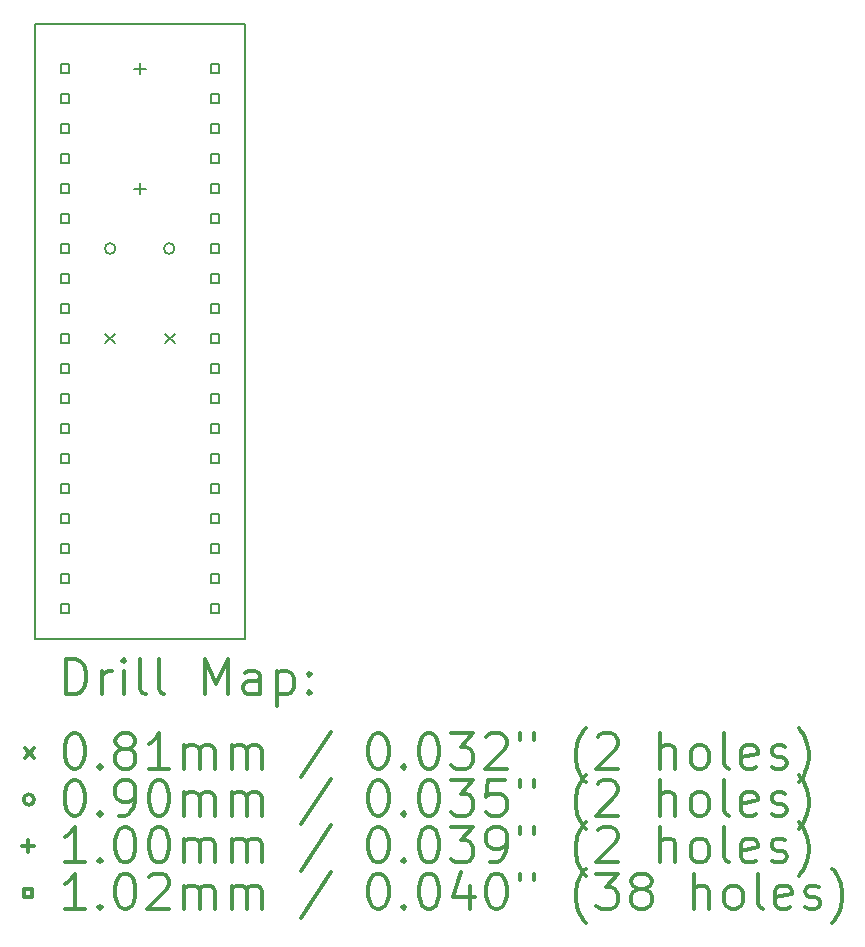
<source format=gbr>
%FSLAX45Y45*%
G04 Gerber Fmt 4.5, Leading zero omitted, Abs format (unit mm)*
G04 Created by KiCad (PCBNEW 4.0.3+e1-6302~38~ubuntu16.04.1-stable) date Thu Aug 25 11:38:43 2016*
%MOMM*%
%LPD*%
G01*
G04 APERTURE LIST*
%ADD10C,0.127000*%
%ADD11C,0.150000*%
%ADD12C,0.200000*%
%ADD13C,0.300000*%
G04 APERTURE END LIST*
D10*
D11*
X10160000Y-5969000D02*
X8382000Y-5969000D01*
X10160000Y-11176000D02*
X10160000Y-5969000D01*
X8382000Y-11176000D02*
X10160000Y-11176000D01*
X8382000Y-5969000D02*
X8382000Y-11176000D01*
D12*
X8976360Y-8595360D02*
X9057640Y-8676640D01*
X9057640Y-8595360D02*
X8976360Y-8676640D01*
X9484360Y-8595360D02*
X9565640Y-8676640D01*
X9565640Y-8595360D02*
X9484360Y-8676640D01*
X9062000Y-7874000D02*
G75*
G03X9062000Y-7874000I-45000J0D01*
G01*
X9562000Y-7874000D02*
G75*
G03X9562000Y-7874000I-45000J0D01*
G01*
X9271000Y-6299962D02*
X9271000Y-6400038D01*
X9220962Y-6350000D02*
X9321038Y-6350000D01*
X9271000Y-7315962D02*
X9271000Y-7416038D01*
X9220962Y-7366000D02*
X9321038Y-7366000D01*
X8671921Y-6385921D02*
X8671921Y-6314079D01*
X8600079Y-6314079D01*
X8600079Y-6385921D01*
X8671921Y-6385921D01*
X8671921Y-6639921D02*
X8671921Y-6568079D01*
X8600079Y-6568079D01*
X8600079Y-6639921D01*
X8671921Y-6639921D01*
X8671921Y-6893921D02*
X8671921Y-6822079D01*
X8600079Y-6822079D01*
X8600079Y-6893921D01*
X8671921Y-6893921D01*
X8671921Y-7147921D02*
X8671921Y-7076079D01*
X8600079Y-7076079D01*
X8600079Y-7147921D01*
X8671921Y-7147921D01*
X8671921Y-7401921D02*
X8671921Y-7330079D01*
X8600079Y-7330079D01*
X8600079Y-7401921D01*
X8671921Y-7401921D01*
X8671921Y-7655921D02*
X8671921Y-7584079D01*
X8600079Y-7584079D01*
X8600079Y-7655921D01*
X8671921Y-7655921D01*
X8671921Y-7909921D02*
X8671921Y-7838079D01*
X8600079Y-7838079D01*
X8600079Y-7909921D01*
X8671921Y-7909921D01*
X8671921Y-8163921D02*
X8671921Y-8092079D01*
X8600079Y-8092079D01*
X8600079Y-8163921D01*
X8671921Y-8163921D01*
X8671921Y-8417921D02*
X8671921Y-8346079D01*
X8600079Y-8346079D01*
X8600079Y-8417921D01*
X8671921Y-8417921D01*
X8671921Y-8671921D02*
X8671921Y-8600079D01*
X8600079Y-8600079D01*
X8600079Y-8671921D01*
X8671921Y-8671921D01*
X8671921Y-8925921D02*
X8671921Y-8854079D01*
X8600079Y-8854079D01*
X8600079Y-8925921D01*
X8671921Y-8925921D01*
X8671921Y-9179921D02*
X8671921Y-9108079D01*
X8600079Y-9108079D01*
X8600079Y-9179921D01*
X8671921Y-9179921D01*
X8671921Y-9433921D02*
X8671921Y-9362079D01*
X8600079Y-9362079D01*
X8600079Y-9433921D01*
X8671921Y-9433921D01*
X8671921Y-9687921D02*
X8671921Y-9616079D01*
X8600079Y-9616079D01*
X8600079Y-9687921D01*
X8671921Y-9687921D01*
X8671921Y-9941921D02*
X8671921Y-9870079D01*
X8600079Y-9870079D01*
X8600079Y-9941921D01*
X8671921Y-9941921D01*
X8671921Y-10195921D02*
X8671921Y-10124079D01*
X8600079Y-10124079D01*
X8600079Y-10195921D01*
X8671921Y-10195921D01*
X8671921Y-10449921D02*
X8671921Y-10378079D01*
X8600079Y-10378079D01*
X8600079Y-10449921D01*
X8671921Y-10449921D01*
X8671921Y-10703921D02*
X8671921Y-10632079D01*
X8600079Y-10632079D01*
X8600079Y-10703921D01*
X8671921Y-10703921D01*
X8671921Y-10957921D02*
X8671921Y-10886079D01*
X8600079Y-10886079D01*
X8600079Y-10957921D01*
X8671921Y-10957921D01*
X9941921Y-6385921D02*
X9941921Y-6314079D01*
X9870079Y-6314079D01*
X9870079Y-6385921D01*
X9941921Y-6385921D01*
X9941921Y-6639921D02*
X9941921Y-6568079D01*
X9870079Y-6568079D01*
X9870079Y-6639921D01*
X9941921Y-6639921D01*
X9941921Y-6893921D02*
X9941921Y-6822079D01*
X9870079Y-6822079D01*
X9870079Y-6893921D01*
X9941921Y-6893921D01*
X9941921Y-7147921D02*
X9941921Y-7076079D01*
X9870079Y-7076079D01*
X9870079Y-7147921D01*
X9941921Y-7147921D01*
X9941921Y-7401921D02*
X9941921Y-7330079D01*
X9870079Y-7330079D01*
X9870079Y-7401921D01*
X9941921Y-7401921D01*
X9941921Y-7655921D02*
X9941921Y-7584079D01*
X9870079Y-7584079D01*
X9870079Y-7655921D01*
X9941921Y-7655921D01*
X9941921Y-7909921D02*
X9941921Y-7838079D01*
X9870079Y-7838079D01*
X9870079Y-7909921D01*
X9941921Y-7909921D01*
X9941921Y-8163921D02*
X9941921Y-8092079D01*
X9870079Y-8092079D01*
X9870079Y-8163921D01*
X9941921Y-8163921D01*
X9941921Y-8417921D02*
X9941921Y-8346079D01*
X9870079Y-8346079D01*
X9870079Y-8417921D01*
X9941921Y-8417921D01*
X9941921Y-8671921D02*
X9941921Y-8600079D01*
X9870079Y-8600079D01*
X9870079Y-8671921D01*
X9941921Y-8671921D01*
X9941921Y-8925921D02*
X9941921Y-8854079D01*
X9870079Y-8854079D01*
X9870079Y-8925921D01*
X9941921Y-8925921D01*
X9941921Y-9179921D02*
X9941921Y-9108079D01*
X9870079Y-9108079D01*
X9870079Y-9179921D01*
X9941921Y-9179921D01*
X9941921Y-9433921D02*
X9941921Y-9362079D01*
X9870079Y-9362079D01*
X9870079Y-9433921D01*
X9941921Y-9433921D01*
X9941921Y-9687921D02*
X9941921Y-9616079D01*
X9870079Y-9616079D01*
X9870079Y-9687921D01*
X9941921Y-9687921D01*
X9941921Y-9941921D02*
X9941921Y-9870079D01*
X9870079Y-9870079D01*
X9870079Y-9941921D01*
X9941921Y-9941921D01*
X9941921Y-10195921D02*
X9941921Y-10124079D01*
X9870079Y-10124079D01*
X9870079Y-10195921D01*
X9941921Y-10195921D01*
X9941921Y-10449921D02*
X9941921Y-10378079D01*
X9870079Y-10378079D01*
X9870079Y-10449921D01*
X9941921Y-10449921D01*
X9941921Y-10703921D02*
X9941921Y-10632079D01*
X9870079Y-10632079D01*
X9870079Y-10703921D01*
X9941921Y-10703921D01*
X9941921Y-10957921D02*
X9941921Y-10886079D01*
X9870079Y-10886079D01*
X9870079Y-10957921D01*
X9941921Y-10957921D01*
D13*
X8645929Y-11649214D02*
X8645929Y-11349214D01*
X8717357Y-11349214D01*
X8760214Y-11363500D01*
X8788786Y-11392071D01*
X8803071Y-11420643D01*
X8817357Y-11477786D01*
X8817357Y-11520643D01*
X8803071Y-11577786D01*
X8788786Y-11606357D01*
X8760214Y-11634929D01*
X8717357Y-11649214D01*
X8645929Y-11649214D01*
X8945929Y-11649214D02*
X8945929Y-11449214D01*
X8945929Y-11506357D02*
X8960214Y-11477786D01*
X8974500Y-11463500D01*
X9003071Y-11449214D01*
X9031643Y-11449214D01*
X9131643Y-11649214D02*
X9131643Y-11449214D01*
X9131643Y-11349214D02*
X9117357Y-11363500D01*
X9131643Y-11377786D01*
X9145929Y-11363500D01*
X9131643Y-11349214D01*
X9131643Y-11377786D01*
X9317357Y-11649214D02*
X9288786Y-11634929D01*
X9274500Y-11606357D01*
X9274500Y-11349214D01*
X9474500Y-11649214D02*
X9445929Y-11634929D01*
X9431643Y-11606357D01*
X9431643Y-11349214D01*
X9817357Y-11649214D02*
X9817357Y-11349214D01*
X9917357Y-11563500D01*
X10017357Y-11349214D01*
X10017357Y-11649214D01*
X10288786Y-11649214D02*
X10288786Y-11492071D01*
X10274500Y-11463500D01*
X10245929Y-11449214D01*
X10188786Y-11449214D01*
X10160214Y-11463500D01*
X10288786Y-11634929D02*
X10260214Y-11649214D01*
X10188786Y-11649214D01*
X10160214Y-11634929D01*
X10145929Y-11606357D01*
X10145929Y-11577786D01*
X10160214Y-11549214D01*
X10188786Y-11534929D01*
X10260214Y-11534929D01*
X10288786Y-11520643D01*
X10431643Y-11449214D02*
X10431643Y-11749214D01*
X10431643Y-11463500D02*
X10460214Y-11449214D01*
X10517357Y-11449214D01*
X10545929Y-11463500D01*
X10560214Y-11477786D01*
X10574500Y-11506357D01*
X10574500Y-11592071D01*
X10560214Y-11620643D01*
X10545929Y-11634929D01*
X10517357Y-11649214D01*
X10460214Y-11649214D01*
X10431643Y-11634929D01*
X10703071Y-11620643D02*
X10717357Y-11634929D01*
X10703071Y-11649214D01*
X10688786Y-11634929D01*
X10703071Y-11620643D01*
X10703071Y-11649214D01*
X10703071Y-11463500D02*
X10717357Y-11477786D01*
X10703071Y-11492071D01*
X10688786Y-11477786D01*
X10703071Y-11463500D01*
X10703071Y-11492071D01*
X8293220Y-12102860D02*
X8374500Y-12184140D01*
X8374500Y-12102860D02*
X8293220Y-12184140D01*
X8703071Y-11979214D02*
X8731643Y-11979214D01*
X8760214Y-11993500D01*
X8774500Y-12007786D01*
X8788786Y-12036357D01*
X8803071Y-12093500D01*
X8803071Y-12164929D01*
X8788786Y-12222071D01*
X8774500Y-12250643D01*
X8760214Y-12264929D01*
X8731643Y-12279214D01*
X8703071Y-12279214D01*
X8674500Y-12264929D01*
X8660214Y-12250643D01*
X8645929Y-12222071D01*
X8631643Y-12164929D01*
X8631643Y-12093500D01*
X8645929Y-12036357D01*
X8660214Y-12007786D01*
X8674500Y-11993500D01*
X8703071Y-11979214D01*
X8931643Y-12250643D02*
X8945929Y-12264929D01*
X8931643Y-12279214D01*
X8917357Y-12264929D01*
X8931643Y-12250643D01*
X8931643Y-12279214D01*
X9117357Y-12107786D02*
X9088786Y-12093500D01*
X9074500Y-12079214D01*
X9060214Y-12050643D01*
X9060214Y-12036357D01*
X9074500Y-12007786D01*
X9088786Y-11993500D01*
X9117357Y-11979214D01*
X9174500Y-11979214D01*
X9203071Y-11993500D01*
X9217357Y-12007786D01*
X9231643Y-12036357D01*
X9231643Y-12050643D01*
X9217357Y-12079214D01*
X9203071Y-12093500D01*
X9174500Y-12107786D01*
X9117357Y-12107786D01*
X9088786Y-12122071D01*
X9074500Y-12136357D01*
X9060214Y-12164929D01*
X9060214Y-12222071D01*
X9074500Y-12250643D01*
X9088786Y-12264929D01*
X9117357Y-12279214D01*
X9174500Y-12279214D01*
X9203071Y-12264929D01*
X9217357Y-12250643D01*
X9231643Y-12222071D01*
X9231643Y-12164929D01*
X9217357Y-12136357D01*
X9203071Y-12122071D01*
X9174500Y-12107786D01*
X9517357Y-12279214D02*
X9345929Y-12279214D01*
X9431643Y-12279214D02*
X9431643Y-11979214D01*
X9403071Y-12022071D01*
X9374500Y-12050643D01*
X9345929Y-12064929D01*
X9645929Y-12279214D02*
X9645929Y-12079214D01*
X9645929Y-12107786D02*
X9660214Y-12093500D01*
X9688786Y-12079214D01*
X9731643Y-12079214D01*
X9760214Y-12093500D01*
X9774500Y-12122071D01*
X9774500Y-12279214D01*
X9774500Y-12122071D02*
X9788786Y-12093500D01*
X9817357Y-12079214D01*
X9860214Y-12079214D01*
X9888786Y-12093500D01*
X9903071Y-12122071D01*
X9903071Y-12279214D01*
X10045929Y-12279214D02*
X10045929Y-12079214D01*
X10045929Y-12107786D02*
X10060214Y-12093500D01*
X10088786Y-12079214D01*
X10131643Y-12079214D01*
X10160214Y-12093500D01*
X10174500Y-12122071D01*
X10174500Y-12279214D01*
X10174500Y-12122071D02*
X10188786Y-12093500D01*
X10217357Y-12079214D01*
X10260214Y-12079214D01*
X10288786Y-12093500D01*
X10303071Y-12122071D01*
X10303071Y-12279214D01*
X10888786Y-11964929D02*
X10631643Y-12350643D01*
X11274500Y-11979214D02*
X11303071Y-11979214D01*
X11331643Y-11993500D01*
X11345928Y-12007786D01*
X11360214Y-12036357D01*
X11374500Y-12093500D01*
X11374500Y-12164929D01*
X11360214Y-12222071D01*
X11345928Y-12250643D01*
X11331643Y-12264929D01*
X11303071Y-12279214D01*
X11274500Y-12279214D01*
X11245928Y-12264929D01*
X11231643Y-12250643D01*
X11217357Y-12222071D01*
X11203071Y-12164929D01*
X11203071Y-12093500D01*
X11217357Y-12036357D01*
X11231643Y-12007786D01*
X11245928Y-11993500D01*
X11274500Y-11979214D01*
X11503071Y-12250643D02*
X11517357Y-12264929D01*
X11503071Y-12279214D01*
X11488786Y-12264929D01*
X11503071Y-12250643D01*
X11503071Y-12279214D01*
X11703071Y-11979214D02*
X11731643Y-11979214D01*
X11760214Y-11993500D01*
X11774500Y-12007786D01*
X11788785Y-12036357D01*
X11803071Y-12093500D01*
X11803071Y-12164929D01*
X11788785Y-12222071D01*
X11774500Y-12250643D01*
X11760214Y-12264929D01*
X11731643Y-12279214D01*
X11703071Y-12279214D01*
X11674500Y-12264929D01*
X11660214Y-12250643D01*
X11645928Y-12222071D01*
X11631643Y-12164929D01*
X11631643Y-12093500D01*
X11645928Y-12036357D01*
X11660214Y-12007786D01*
X11674500Y-11993500D01*
X11703071Y-11979214D01*
X11903071Y-11979214D02*
X12088785Y-11979214D01*
X11988785Y-12093500D01*
X12031643Y-12093500D01*
X12060214Y-12107786D01*
X12074500Y-12122071D01*
X12088785Y-12150643D01*
X12088785Y-12222071D01*
X12074500Y-12250643D01*
X12060214Y-12264929D01*
X12031643Y-12279214D01*
X11945928Y-12279214D01*
X11917357Y-12264929D01*
X11903071Y-12250643D01*
X12203071Y-12007786D02*
X12217357Y-11993500D01*
X12245928Y-11979214D01*
X12317357Y-11979214D01*
X12345928Y-11993500D01*
X12360214Y-12007786D01*
X12374500Y-12036357D01*
X12374500Y-12064929D01*
X12360214Y-12107786D01*
X12188785Y-12279214D01*
X12374500Y-12279214D01*
X12488786Y-11979214D02*
X12488786Y-12036357D01*
X12603071Y-11979214D02*
X12603071Y-12036357D01*
X13045928Y-12393500D02*
X13031643Y-12379214D01*
X13003071Y-12336357D01*
X12988785Y-12307786D01*
X12974500Y-12264929D01*
X12960214Y-12193500D01*
X12960214Y-12136357D01*
X12974500Y-12064929D01*
X12988785Y-12022071D01*
X13003071Y-11993500D01*
X13031643Y-11950643D01*
X13045928Y-11936357D01*
X13145928Y-12007786D02*
X13160214Y-11993500D01*
X13188785Y-11979214D01*
X13260214Y-11979214D01*
X13288785Y-11993500D01*
X13303071Y-12007786D01*
X13317357Y-12036357D01*
X13317357Y-12064929D01*
X13303071Y-12107786D01*
X13131643Y-12279214D01*
X13317357Y-12279214D01*
X13674500Y-12279214D02*
X13674500Y-11979214D01*
X13803071Y-12279214D02*
X13803071Y-12122071D01*
X13788785Y-12093500D01*
X13760214Y-12079214D01*
X13717357Y-12079214D01*
X13688785Y-12093500D01*
X13674500Y-12107786D01*
X13988785Y-12279214D02*
X13960214Y-12264929D01*
X13945928Y-12250643D01*
X13931643Y-12222071D01*
X13931643Y-12136357D01*
X13945928Y-12107786D01*
X13960214Y-12093500D01*
X13988785Y-12079214D01*
X14031643Y-12079214D01*
X14060214Y-12093500D01*
X14074500Y-12107786D01*
X14088785Y-12136357D01*
X14088785Y-12222071D01*
X14074500Y-12250643D01*
X14060214Y-12264929D01*
X14031643Y-12279214D01*
X13988785Y-12279214D01*
X14260214Y-12279214D02*
X14231643Y-12264929D01*
X14217357Y-12236357D01*
X14217357Y-11979214D01*
X14488786Y-12264929D02*
X14460214Y-12279214D01*
X14403071Y-12279214D01*
X14374500Y-12264929D01*
X14360214Y-12236357D01*
X14360214Y-12122071D01*
X14374500Y-12093500D01*
X14403071Y-12079214D01*
X14460214Y-12079214D01*
X14488786Y-12093500D01*
X14503071Y-12122071D01*
X14503071Y-12150643D01*
X14360214Y-12179214D01*
X14617357Y-12264929D02*
X14645928Y-12279214D01*
X14703071Y-12279214D01*
X14731643Y-12264929D01*
X14745928Y-12236357D01*
X14745928Y-12222071D01*
X14731643Y-12193500D01*
X14703071Y-12179214D01*
X14660214Y-12179214D01*
X14631643Y-12164929D01*
X14617357Y-12136357D01*
X14617357Y-12122071D01*
X14631643Y-12093500D01*
X14660214Y-12079214D01*
X14703071Y-12079214D01*
X14731643Y-12093500D01*
X14845928Y-12393500D02*
X14860214Y-12379214D01*
X14888786Y-12336357D01*
X14903071Y-12307786D01*
X14917357Y-12264929D01*
X14931643Y-12193500D01*
X14931643Y-12136357D01*
X14917357Y-12064929D01*
X14903071Y-12022071D01*
X14888786Y-11993500D01*
X14860214Y-11950643D01*
X14845928Y-11936357D01*
X8374500Y-12539500D02*
G75*
G03X8374500Y-12539500I-45000J0D01*
G01*
X8703071Y-12375214D02*
X8731643Y-12375214D01*
X8760214Y-12389500D01*
X8774500Y-12403786D01*
X8788786Y-12432357D01*
X8803071Y-12489500D01*
X8803071Y-12560929D01*
X8788786Y-12618071D01*
X8774500Y-12646643D01*
X8760214Y-12660929D01*
X8731643Y-12675214D01*
X8703071Y-12675214D01*
X8674500Y-12660929D01*
X8660214Y-12646643D01*
X8645929Y-12618071D01*
X8631643Y-12560929D01*
X8631643Y-12489500D01*
X8645929Y-12432357D01*
X8660214Y-12403786D01*
X8674500Y-12389500D01*
X8703071Y-12375214D01*
X8931643Y-12646643D02*
X8945929Y-12660929D01*
X8931643Y-12675214D01*
X8917357Y-12660929D01*
X8931643Y-12646643D01*
X8931643Y-12675214D01*
X9088786Y-12675214D02*
X9145928Y-12675214D01*
X9174500Y-12660929D01*
X9188786Y-12646643D01*
X9217357Y-12603786D01*
X9231643Y-12546643D01*
X9231643Y-12432357D01*
X9217357Y-12403786D01*
X9203071Y-12389500D01*
X9174500Y-12375214D01*
X9117357Y-12375214D01*
X9088786Y-12389500D01*
X9074500Y-12403786D01*
X9060214Y-12432357D01*
X9060214Y-12503786D01*
X9074500Y-12532357D01*
X9088786Y-12546643D01*
X9117357Y-12560929D01*
X9174500Y-12560929D01*
X9203071Y-12546643D01*
X9217357Y-12532357D01*
X9231643Y-12503786D01*
X9417357Y-12375214D02*
X9445929Y-12375214D01*
X9474500Y-12389500D01*
X9488786Y-12403786D01*
X9503071Y-12432357D01*
X9517357Y-12489500D01*
X9517357Y-12560929D01*
X9503071Y-12618071D01*
X9488786Y-12646643D01*
X9474500Y-12660929D01*
X9445929Y-12675214D01*
X9417357Y-12675214D01*
X9388786Y-12660929D01*
X9374500Y-12646643D01*
X9360214Y-12618071D01*
X9345929Y-12560929D01*
X9345929Y-12489500D01*
X9360214Y-12432357D01*
X9374500Y-12403786D01*
X9388786Y-12389500D01*
X9417357Y-12375214D01*
X9645929Y-12675214D02*
X9645929Y-12475214D01*
X9645929Y-12503786D02*
X9660214Y-12489500D01*
X9688786Y-12475214D01*
X9731643Y-12475214D01*
X9760214Y-12489500D01*
X9774500Y-12518071D01*
X9774500Y-12675214D01*
X9774500Y-12518071D02*
X9788786Y-12489500D01*
X9817357Y-12475214D01*
X9860214Y-12475214D01*
X9888786Y-12489500D01*
X9903071Y-12518071D01*
X9903071Y-12675214D01*
X10045929Y-12675214D02*
X10045929Y-12475214D01*
X10045929Y-12503786D02*
X10060214Y-12489500D01*
X10088786Y-12475214D01*
X10131643Y-12475214D01*
X10160214Y-12489500D01*
X10174500Y-12518071D01*
X10174500Y-12675214D01*
X10174500Y-12518071D02*
X10188786Y-12489500D01*
X10217357Y-12475214D01*
X10260214Y-12475214D01*
X10288786Y-12489500D01*
X10303071Y-12518071D01*
X10303071Y-12675214D01*
X10888786Y-12360929D02*
X10631643Y-12746643D01*
X11274500Y-12375214D02*
X11303071Y-12375214D01*
X11331643Y-12389500D01*
X11345928Y-12403786D01*
X11360214Y-12432357D01*
X11374500Y-12489500D01*
X11374500Y-12560929D01*
X11360214Y-12618071D01*
X11345928Y-12646643D01*
X11331643Y-12660929D01*
X11303071Y-12675214D01*
X11274500Y-12675214D01*
X11245928Y-12660929D01*
X11231643Y-12646643D01*
X11217357Y-12618071D01*
X11203071Y-12560929D01*
X11203071Y-12489500D01*
X11217357Y-12432357D01*
X11231643Y-12403786D01*
X11245928Y-12389500D01*
X11274500Y-12375214D01*
X11503071Y-12646643D02*
X11517357Y-12660929D01*
X11503071Y-12675214D01*
X11488786Y-12660929D01*
X11503071Y-12646643D01*
X11503071Y-12675214D01*
X11703071Y-12375214D02*
X11731643Y-12375214D01*
X11760214Y-12389500D01*
X11774500Y-12403786D01*
X11788785Y-12432357D01*
X11803071Y-12489500D01*
X11803071Y-12560929D01*
X11788785Y-12618071D01*
X11774500Y-12646643D01*
X11760214Y-12660929D01*
X11731643Y-12675214D01*
X11703071Y-12675214D01*
X11674500Y-12660929D01*
X11660214Y-12646643D01*
X11645928Y-12618071D01*
X11631643Y-12560929D01*
X11631643Y-12489500D01*
X11645928Y-12432357D01*
X11660214Y-12403786D01*
X11674500Y-12389500D01*
X11703071Y-12375214D01*
X11903071Y-12375214D02*
X12088785Y-12375214D01*
X11988785Y-12489500D01*
X12031643Y-12489500D01*
X12060214Y-12503786D01*
X12074500Y-12518071D01*
X12088785Y-12546643D01*
X12088785Y-12618071D01*
X12074500Y-12646643D01*
X12060214Y-12660929D01*
X12031643Y-12675214D01*
X11945928Y-12675214D01*
X11917357Y-12660929D01*
X11903071Y-12646643D01*
X12360214Y-12375214D02*
X12217357Y-12375214D01*
X12203071Y-12518071D01*
X12217357Y-12503786D01*
X12245928Y-12489500D01*
X12317357Y-12489500D01*
X12345928Y-12503786D01*
X12360214Y-12518071D01*
X12374500Y-12546643D01*
X12374500Y-12618071D01*
X12360214Y-12646643D01*
X12345928Y-12660929D01*
X12317357Y-12675214D01*
X12245928Y-12675214D01*
X12217357Y-12660929D01*
X12203071Y-12646643D01*
X12488786Y-12375214D02*
X12488786Y-12432357D01*
X12603071Y-12375214D02*
X12603071Y-12432357D01*
X13045928Y-12789500D02*
X13031643Y-12775214D01*
X13003071Y-12732357D01*
X12988785Y-12703786D01*
X12974500Y-12660929D01*
X12960214Y-12589500D01*
X12960214Y-12532357D01*
X12974500Y-12460929D01*
X12988785Y-12418071D01*
X13003071Y-12389500D01*
X13031643Y-12346643D01*
X13045928Y-12332357D01*
X13145928Y-12403786D02*
X13160214Y-12389500D01*
X13188785Y-12375214D01*
X13260214Y-12375214D01*
X13288785Y-12389500D01*
X13303071Y-12403786D01*
X13317357Y-12432357D01*
X13317357Y-12460929D01*
X13303071Y-12503786D01*
X13131643Y-12675214D01*
X13317357Y-12675214D01*
X13674500Y-12675214D02*
X13674500Y-12375214D01*
X13803071Y-12675214D02*
X13803071Y-12518071D01*
X13788785Y-12489500D01*
X13760214Y-12475214D01*
X13717357Y-12475214D01*
X13688785Y-12489500D01*
X13674500Y-12503786D01*
X13988785Y-12675214D02*
X13960214Y-12660929D01*
X13945928Y-12646643D01*
X13931643Y-12618071D01*
X13931643Y-12532357D01*
X13945928Y-12503786D01*
X13960214Y-12489500D01*
X13988785Y-12475214D01*
X14031643Y-12475214D01*
X14060214Y-12489500D01*
X14074500Y-12503786D01*
X14088785Y-12532357D01*
X14088785Y-12618071D01*
X14074500Y-12646643D01*
X14060214Y-12660929D01*
X14031643Y-12675214D01*
X13988785Y-12675214D01*
X14260214Y-12675214D02*
X14231643Y-12660929D01*
X14217357Y-12632357D01*
X14217357Y-12375214D01*
X14488786Y-12660929D02*
X14460214Y-12675214D01*
X14403071Y-12675214D01*
X14374500Y-12660929D01*
X14360214Y-12632357D01*
X14360214Y-12518071D01*
X14374500Y-12489500D01*
X14403071Y-12475214D01*
X14460214Y-12475214D01*
X14488786Y-12489500D01*
X14503071Y-12518071D01*
X14503071Y-12546643D01*
X14360214Y-12575214D01*
X14617357Y-12660929D02*
X14645928Y-12675214D01*
X14703071Y-12675214D01*
X14731643Y-12660929D01*
X14745928Y-12632357D01*
X14745928Y-12618071D01*
X14731643Y-12589500D01*
X14703071Y-12575214D01*
X14660214Y-12575214D01*
X14631643Y-12560929D01*
X14617357Y-12532357D01*
X14617357Y-12518071D01*
X14631643Y-12489500D01*
X14660214Y-12475214D01*
X14703071Y-12475214D01*
X14731643Y-12489500D01*
X14845928Y-12789500D02*
X14860214Y-12775214D01*
X14888786Y-12732357D01*
X14903071Y-12703786D01*
X14917357Y-12660929D01*
X14931643Y-12589500D01*
X14931643Y-12532357D01*
X14917357Y-12460929D01*
X14903071Y-12418071D01*
X14888786Y-12389500D01*
X14860214Y-12346643D01*
X14845928Y-12332357D01*
X8324462Y-12885462D02*
X8324462Y-12985538D01*
X8274424Y-12935500D02*
X8374500Y-12935500D01*
X8803071Y-13071214D02*
X8631643Y-13071214D01*
X8717357Y-13071214D02*
X8717357Y-12771214D01*
X8688786Y-12814071D01*
X8660214Y-12842643D01*
X8631643Y-12856929D01*
X8931643Y-13042643D02*
X8945929Y-13056929D01*
X8931643Y-13071214D01*
X8917357Y-13056929D01*
X8931643Y-13042643D01*
X8931643Y-13071214D01*
X9131643Y-12771214D02*
X9160214Y-12771214D01*
X9188786Y-12785500D01*
X9203071Y-12799786D01*
X9217357Y-12828357D01*
X9231643Y-12885500D01*
X9231643Y-12956929D01*
X9217357Y-13014071D01*
X9203071Y-13042643D01*
X9188786Y-13056929D01*
X9160214Y-13071214D01*
X9131643Y-13071214D01*
X9103071Y-13056929D01*
X9088786Y-13042643D01*
X9074500Y-13014071D01*
X9060214Y-12956929D01*
X9060214Y-12885500D01*
X9074500Y-12828357D01*
X9088786Y-12799786D01*
X9103071Y-12785500D01*
X9131643Y-12771214D01*
X9417357Y-12771214D02*
X9445929Y-12771214D01*
X9474500Y-12785500D01*
X9488786Y-12799786D01*
X9503071Y-12828357D01*
X9517357Y-12885500D01*
X9517357Y-12956929D01*
X9503071Y-13014071D01*
X9488786Y-13042643D01*
X9474500Y-13056929D01*
X9445929Y-13071214D01*
X9417357Y-13071214D01*
X9388786Y-13056929D01*
X9374500Y-13042643D01*
X9360214Y-13014071D01*
X9345929Y-12956929D01*
X9345929Y-12885500D01*
X9360214Y-12828357D01*
X9374500Y-12799786D01*
X9388786Y-12785500D01*
X9417357Y-12771214D01*
X9645929Y-13071214D02*
X9645929Y-12871214D01*
X9645929Y-12899786D02*
X9660214Y-12885500D01*
X9688786Y-12871214D01*
X9731643Y-12871214D01*
X9760214Y-12885500D01*
X9774500Y-12914071D01*
X9774500Y-13071214D01*
X9774500Y-12914071D02*
X9788786Y-12885500D01*
X9817357Y-12871214D01*
X9860214Y-12871214D01*
X9888786Y-12885500D01*
X9903071Y-12914071D01*
X9903071Y-13071214D01*
X10045929Y-13071214D02*
X10045929Y-12871214D01*
X10045929Y-12899786D02*
X10060214Y-12885500D01*
X10088786Y-12871214D01*
X10131643Y-12871214D01*
X10160214Y-12885500D01*
X10174500Y-12914071D01*
X10174500Y-13071214D01*
X10174500Y-12914071D02*
X10188786Y-12885500D01*
X10217357Y-12871214D01*
X10260214Y-12871214D01*
X10288786Y-12885500D01*
X10303071Y-12914071D01*
X10303071Y-13071214D01*
X10888786Y-12756929D02*
X10631643Y-13142643D01*
X11274500Y-12771214D02*
X11303071Y-12771214D01*
X11331643Y-12785500D01*
X11345928Y-12799786D01*
X11360214Y-12828357D01*
X11374500Y-12885500D01*
X11374500Y-12956929D01*
X11360214Y-13014071D01*
X11345928Y-13042643D01*
X11331643Y-13056929D01*
X11303071Y-13071214D01*
X11274500Y-13071214D01*
X11245928Y-13056929D01*
X11231643Y-13042643D01*
X11217357Y-13014071D01*
X11203071Y-12956929D01*
X11203071Y-12885500D01*
X11217357Y-12828357D01*
X11231643Y-12799786D01*
X11245928Y-12785500D01*
X11274500Y-12771214D01*
X11503071Y-13042643D02*
X11517357Y-13056929D01*
X11503071Y-13071214D01*
X11488786Y-13056929D01*
X11503071Y-13042643D01*
X11503071Y-13071214D01*
X11703071Y-12771214D02*
X11731643Y-12771214D01*
X11760214Y-12785500D01*
X11774500Y-12799786D01*
X11788785Y-12828357D01*
X11803071Y-12885500D01*
X11803071Y-12956929D01*
X11788785Y-13014071D01*
X11774500Y-13042643D01*
X11760214Y-13056929D01*
X11731643Y-13071214D01*
X11703071Y-13071214D01*
X11674500Y-13056929D01*
X11660214Y-13042643D01*
X11645928Y-13014071D01*
X11631643Y-12956929D01*
X11631643Y-12885500D01*
X11645928Y-12828357D01*
X11660214Y-12799786D01*
X11674500Y-12785500D01*
X11703071Y-12771214D01*
X11903071Y-12771214D02*
X12088785Y-12771214D01*
X11988785Y-12885500D01*
X12031643Y-12885500D01*
X12060214Y-12899786D01*
X12074500Y-12914071D01*
X12088785Y-12942643D01*
X12088785Y-13014071D01*
X12074500Y-13042643D01*
X12060214Y-13056929D01*
X12031643Y-13071214D01*
X11945928Y-13071214D01*
X11917357Y-13056929D01*
X11903071Y-13042643D01*
X12231643Y-13071214D02*
X12288785Y-13071214D01*
X12317357Y-13056929D01*
X12331643Y-13042643D01*
X12360214Y-12999786D01*
X12374500Y-12942643D01*
X12374500Y-12828357D01*
X12360214Y-12799786D01*
X12345928Y-12785500D01*
X12317357Y-12771214D01*
X12260214Y-12771214D01*
X12231643Y-12785500D01*
X12217357Y-12799786D01*
X12203071Y-12828357D01*
X12203071Y-12899786D01*
X12217357Y-12928357D01*
X12231643Y-12942643D01*
X12260214Y-12956929D01*
X12317357Y-12956929D01*
X12345928Y-12942643D01*
X12360214Y-12928357D01*
X12374500Y-12899786D01*
X12488786Y-12771214D02*
X12488786Y-12828357D01*
X12603071Y-12771214D02*
X12603071Y-12828357D01*
X13045928Y-13185500D02*
X13031643Y-13171214D01*
X13003071Y-13128357D01*
X12988785Y-13099786D01*
X12974500Y-13056929D01*
X12960214Y-12985500D01*
X12960214Y-12928357D01*
X12974500Y-12856929D01*
X12988785Y-12814071D01*
X13003071Y-12785500D01*
X13031643Y-12742643D01*
X13045928Y-12728357D01*
X13145928Y-12799786D02*
X13160214Y-12785500D01*
X13188785Y-12771214D01*
X13260214Y-12771214D01*
X13288785Y-12785500D01*
X13303071Y-12799786D01*
X13317357Y-12828357D01*
X13317357Y-12856929D01*
X13303071Y-12899786D01*
X13131643Y-13071214D01*
X13317357Y-13071214D01*
X13674500Y-13071214D02*
X13674500Y-12771214D01*
X13803071Y-13071214D02*
X13803071Y-12914071D01*
X13788785Y-12885500D01*
X13760214Y-12871214D01*
X13717357Y-12871214D01*
X13688785Y-12885500D01*
X13674500Y-12899786D01*
X13988785Y-13071214D02*
X13960214Y-13056929D01*
X13945928Y-13042643D01*
X13931643Y-13014071D01*
X13931643Y-12928357D01*
X13945928Y-12899786D01*
X13960214Y-12885500D01*
X13988785Y-12871214D01*
X14031643Y-12871214D01*
X14060214Y-12885500D01*
X14074500Y-12899786D01*
X14088785Y-12928357D01*
X14088785Y-13014071D01*
X14074500Y-13042643D01*
X14060214Y-13056929D01*
X14031643Y-13071214D01*
X13988785Y-13071214D01*
X14260214Y-13071214D02*
X14231643Y-13056929D01*
X14217357Y-13028357D01*
X14217357Y-12771214D01*
X14488786Y-13056929D02*
X14460214Y-13071214D01*
X14403071Y-13071214D01*
X14374500Y-13056929D01*
X14360214Y-13028357D01*
X14360214Y-12914071D01*
X14374500Y-12885500D01*
X14403071Y-12871214D01*
X14460214Y-12871214D01*
X14488786Y-12885500D01*
X14503071Y-12914071D01*
X14503071Y-12942643D01*
X14360214Y-12971214D01*
X14617357Y-13056929D02*
X14645928Y-13071214D01*
X14703071Y-13071214D01*
X14731643Y-13056929D01*
X14745928Y-13028357D01*
X14745928Y-13014071D01*
X14731643Y-12985500D01*
X14703071Y-12971214D01*
X14660214Y-12971214D01*
X14631643Y-12956929D01*
X14617357Y-12928357D01*
X14617357Y-12914071D01*
X14631643Y-12885500D01*
X14660214Y-12871214D01*
X14703071Y-12871214D01*
X14731643Y-12885500D01*
X14845928Y-13185500D02*
X14860214Y-13171214D01*
X14888786Y-13128357D01*
X14903071Y-13099786D01*
X14917357Y-13056929D01*
X14931643Y-12985500D01*
X14931643Y-12928357D01*
X14917357Y-12856929D01*
X14903071Y-12814071D01*
X14888786Y-12785500D01*
X14860214Y-12742643D01*
X14845928Y-12728357D01*
X8359621Y-13367421D02*
X8359621Y-13295579D01*
X8287778Y-13295579D01*
X8287778Y-13367421D01*
X8359621Y-13367421D01*
X8803071Y-13467214D02*
X8631643Y-13467214D01*
X8717357Y-13467214D02*
X8717357Y-13167214D01*
X8688786Y-13210071D01*
X8660214Y-13238643D01*
X8631643Y-13252929D01*
X8931643Y-13438643D02*
X8945929Y-13452929D01*
X8931643Y-13467214D01*
X8917357Y-13452929D01*
X8931643Y-13438643D01*
X8931643Y-13467214D01*
X9131643Y-13167214D02*
X9160214Y-13167214D01*
X9188786Y-13181500D01*
X9203071Y-13195786D01*
X9217357Y-13224357D01*
X9231643Y-13281500D01*
X9231643Y-13352929D01*
X9217357Y-13410071D01*
X9203071Y-13438643D01*
X9188786Y-13452929D01*
X9160214Y-13467214D01*
X9131643Y-13467214D01*
X9103071Y-13452929D01*
X9088786Y-13438643D01*
X9074500Y-13410071D01*
X9060214Y-13352929D01*
X9060214Y-13281500D01*
X9074500Y-13224357D01*
X9088786Y-13195786D01*
X9103071Y-13181500D01*
X9131643Y-13167214D01*
X9345929Y-13195786D02*
X9360214Y-13181500D01*
X9388786Y-13167214D01*
X9460214Y-13167214D01*
X9488786Y-13181500D01*
X9503071Y-13195786D01*
X9517357Y-13224357D01*
X9517357Y-13252929D01*
X9503071Y-13295786D01*
X9331643Y-13467214D01*
X9517357Y-13467214D01*
X9645929Y-13467214D02*
X9645929Y-13267214D01*
X9645929Y-13295786D02*
X9660214Y-13281500D01*
X9688786Y-13267214D01*
X9731643Y-13267214D01*
X9760214Y-13281500D01*
X9774500Y-13310071D01*
X9774500Y-13467214D01*
X9774500Y-13310071D02*
X9788786Y-13281500D01*
X9817357Y-13267214D01*
X9860214Y-13267214D01*
X9888786Y-13281500D01*
X9903071Y-13310071D01*
X9903071Y-13467214D01*
X10045929Y-13467214D02*
X10045929Y-13267214D01*
X10045929Y-13295786D02*
X10060214Y-13281500D01*
X10088786Y-13267214D01*
X10131643Y-13267214D01*
X10160214Y-13281500D01*
X10174500Y-13310071D01*
X10174500Y-13467214D01*
X10174500Y-13310071D02*
X10188786Y-13281500D01*
X10217357Y-13267214D01*
X10260214Y-13267214D01*
X10288786Y-13281500D01*
X10303071Y-13310071D01*
X10303071Y-13467214D01*
X10888786Y-13152929D02*
X10631643Y-13538643D01*
X11274500Y-13167214D02*
X11303071Y-13167214D01*
X11331643Y-13181500D01*
X11345928Y-13195786D01*
X11360214Y-13224357D01*
X11374500Y-13281500D01*
X11374500Y-13352929D01*
X11360214Y-13410071D01*
X11345928Y-13438643D01*
X11331643Y-13452929D01*
X11303071Y-13467214D01*
X11274500Y-13467214D01*
X11245928Y-13452929D01*
X11231643Y-13438643D01*
X11217357Y-13410071D01*
X11203071Y-13352929D01*
X11203071Y-13281500D01*
X11217357Y-13224357D01*
X11231643Y-13195786D01*
X11245928Y-13181500D01*
X11274500Y-13167214D01*
X11503071Y-13438643D02*
X11517357Y-13452929D01*
X11503071Y-13467214D01*
X11488786Y-13452929D01*
X11503071Y-13438643D01*
X11503071Y-13467214D01*
X11703071Y-13167214D02*
X11731643Y-13167214D01*
X11760214Y-13181500D01*
X11774500Y-13195786D01*
X11788785Y-13224357D01*
X11803071Y-13281500D01*
X11803071Y-13352929D01*
X11788785Y-13410071D01*
X11774500Y-13438643D01*
X11760214Y-13452929D01*
X11731643Y-13467214D01*
X11703071Y-13467214D01*
X11674500Y-13452929D01*
X11660214Y-13438643D01*
X11645928Y-13410071D01*
X11631643Y-13352929D01*
X11631643Y-13281500D01*
X11645928Y-13224357D01*
X11660214Y-13195786D01*
X11674500Y-13181500D01*
X11703071Y-13167214D01*
X12060214Y-13267214D02*
X12060214Y-13467214D01*
X11988785Y-13152929D02*
X11917357Y-13367214D01*
X12103071Y-13367214D01*
X12274500Y-13167214D02*
X12303071Y-13167214D01*
X12331643Y-13181500D01*
X12345928Y-13195786D01*
X12360214Y-13224357D01*
X12374500Y-13281500D01*
X12374500Y-13352929D01*
X12360214Y-13410071D01*
X12345928Y-13438643D01*
X12331643Y-13452929D01*
X12303071Y-13467214D01*
X12274500Y-13467214D01*
X12245928Y-13452929D01*
X12231643Y-13438643D01*
X12217357Y-13410071D01*
X12203071Y-13352929D01*
X12203071Y-13281500D01*
X12217357Y-13224357D01*
X12231643Y-13195786D01*
X12245928Y-13181500D01*
X12274500Y-13167214D01*
X12488786Y-13167214D02*
X12488786Y-13224357D01*
X12603071Y-13167214D02*
X12603071Y-13224357D01*
X13045928Y-13581500D02*
X13031643Y-13567214D01*
X13003071Y-13524357D01*
X12988785Y-13495786D01*
X12974500Y-13452929D01*
X12960214Y-13381500D01*
X12960214Y-13324357D01*
X12974500Y-13252929D01*
X12988785Y-13210071D01*
X13003071Y-13181500D01*
X13031643Y-13138643D01*
X13045928Y-13124357D01*
X13131643Y-13167214D02*
X13317357Y-13167214D01*
X13217357Y-13281500D01*
X13260214Y-13281500D01*
X13288785Y-13295786D01*
X13303071Y-13310071D01*
X13317357Y-13338643D01*
X13317357Y-13410071D01*
X13303071Y-13438643D01*
X13288785Y-13452929D01*
X13260214Y-13467214D01*
X13174500Y-13467214D01*
X13145928Y-13452929D01*
X13131643Y-13438643D01*
X13488785Y-13295786D02*
X13460214Y-13281500D01*
X13445928Y-13267214D01*
X13431643Y-13238643D01*
X13431643Y-13224357D01*
X13445928Y-13195786D01*
X13460214Y-13181500D01*
X13488785Y-13167214D01*
X13545928Y-13167214D01*
X13574500Y-13181500D01*
X13588785Y-13195786D01*
X13603071Y-13224357D01*
X13603071Y-13238643D01*
X13588785Y-13267214D01*
X13574500Y-13281500D01*
X13545928Y-13295786D01*
X13488785Y-13295786D01*
X13460214Y-13310071D01*
X13445928Y-13324357D01*
X13431643Y-13352929D01*
X13431643Y-13410071D01*
X13445928Y-13438643D01*
X13460214Y-13452929D01*
X13488785Y-13467214D01*
X13545928Y-13467214D01*
X13574500Y-13452929D01*
X13588785Y-13438643D01*
X13603071Y-13410071D01*
X13603071Y-13352929D01*
X13588785Y-13324357D01*
X13574500Y-13310071D01*
X13545928Y-13295786D01*
X13960214Y-13467214D02*
X13960214Y-13167214D01*
X14088785Y-13467214D02*
X14088785Y-13310071D01*
X14074500Y-13281500D01*
X14045928Y-13267214D01*
X14003071Y-13267214D01*
X13974500Y-13281500D01*
X13960214Y-13295786D01*
X14274500Y-13467214D02*
X14245928Y-13452929D01*
X14231643Y-13438643D01*
X14217357Y-13410071D01*
X14217357Y-13324357D01*
X14231643Y-13295786D01*
X14245928Y-13281500D01*
X14274500Y-13267214D01*
X14317357Y-13267214D01*
X14345928Y-13281500D01*
X14360214Y-13295786D01*
X14374500Y-13324357D01*
X14374500Y-13410071D01*
X14360214Y-13438643D01*
X14345928Y-13452929D01*
X14317357Y-13467214D01*
X14274500Y-13467214D01*
X14545928Y-13467214D02*
X14517357Y-13452929D01*
X14503071Y-13424357D01*
X14503071Y-13167214D01*
X14774500Y-13452929D02*
X14745928Y-13467214D01*
X14688786Y-13467214D01*
X14660214Y-13452929D01*
X14645928Y-13424357D01*
X14645928Y-13310071D01*
X14660214Y-13281500D01*
X14688786Y-13267214D01*
X14745928Y-13267214D01*
X14774500Y-13281500D01*
X14788786Y-13310071D01*
X14788786Y-13338643D01*
X14645928Y-13367214D01*
X14903071Y-13452929D02*
X14931643Y-13467214D01*
X14988786Y-13467214D01*
X15017357Y-13452929D01*
X15031643Y-13424357D01*
X15031643Y-13410071D01*
X15017357Y-13381500D01*
X14988786Y-13367214D01*
X14945928Y-13367214D01*
X14917357Y-13352929D01*
X14903071Y-13324357D01*
X14903071Y-13310071D01*
X14917357Y-13281500D01*
X14945928Y-13267214D01*
X14988786Y-13267214D01*
X15017357Y-13281500D01*
X15131643Y-13581500D02*
X15145928Y-13567214D01*
X15174500Y-13524357D01*
X15188786Y-13495786D01*
X15203071Y-13452929D01*
X15217357Y-13381500D01*
X15217357Y-13324357D01*
X15203071Y-13252929D01*
X15188786Y-13210071D01*
X15174500Y-13181500D01*
X15145928Y-13138643D01*
X15131643Y-13124357D01*
M02*

</source>
